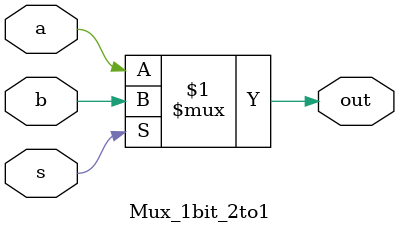
<source format=v>
module Mux_1bit_2to1(a, b, s, out);
	input a, b;
	input s;
	output out;


  assign out = s ? b : a;
	
 
endmodule

</source>
